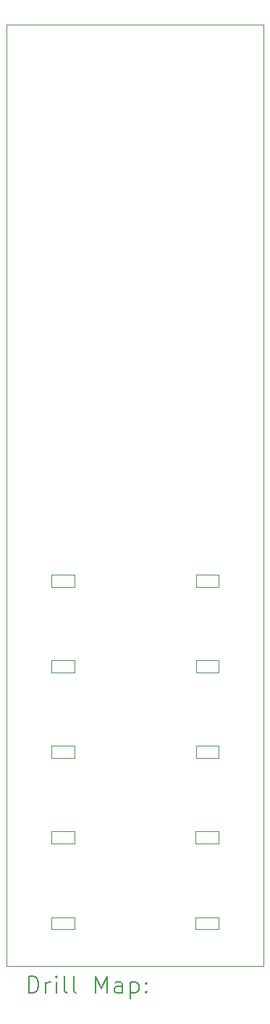
<source format=gbr>
%TF.GenerationSoftware,KiCad,Pcbnew,8.0.5+1*%
%TF.CreationDate,2024-11-27T03:26:16+08:00*%
%TF.ProjectId,MiniDiv v0.3 - Main,4d696e69-4469-4762-9076-302e33202d20,0.3*%
%TF.SameCoordinates,Original*%
%TF.FileFunction,Drillmap*%
%TF.FilePolarity,Positive*%
%FSLAX45Y45*%
G04 Gerber Fmt 4.5, Leading zero omitted, Abs format (unit mm)*
G04 Created by KiCad (PCBNEW 8.0.5+1) date 2024-11-27 03:26:16*
%MOMM*%
%LPD*%
G01*
G04 APERTURE LIST*
%ADD10C,0.100000*%
%ADD11C,0.050000*%
%ADD12C,0.200000*%
G04 APERTURE END LIST*
D10*
X9000000Y-4900000D02*
X12000000Y-4900000D01*
X12000000Y-15900000D01*
X9000000Y-15900000D01*
X9000000Y-4900000D01*
D11*
X11207500Y-14470000D02*
X11477500Y-14470000D01*
X11477500Y-14330000D01*
X11207500Y-14330000D01*
X11207500Y-14470000D01*
X9792500Y-12330000D02*
X9522500Y-12330000D01*
X9522500Y-12470000D01*
X9792500Y-12470000D01*
X9792500Y-12330000D01*
X11207500Y-15470000D02*
X11477500Y-15470000D01*
X11477500Y-15330000D01*
X11207500Y-15330000D01*
X11207500Y-15470000D01*
X11210000Y-11470000D02*
X11480000Y-11470000D01*
X11480000Y-11330000D01*
X11210000Y-11330000D01*
X11210000Y-11470000D01*
X9792500Y-11330000D02*
X9522500Y-11330000D01*
X9522500Y-11470000D01*
X9792500Y-11470000D01*
X9792500Y-11330000D01*
X11210000Y-12470000D02*
X11480000Y-12470000D01*
X11480000Y-12330000D01*
X11210000Y-12330000D01*
X11210000Y-12470000D01*
X9790000Y-14330000D02*
X9520000Y-14330000D01*
X9520000Y-14470000D01*
X9790000Y-14470000D01*
X9790000Y-14330000D01*
X9792500Y-15330000D02*
X9522500Y-15330000D01*
X9522500Y-15470000D01*
X9792500Y-15470000D01*
X9792500Y-15330000D01*
X9790000Y-13330000D02*
X9520000Y-13330000D01*
X9520000Y-13470000D01*
X9790000Y-13470000D01*
X9790000Y-13330000D01*
X11210000Y-13470000D02*
X11480000Y-13470000D01*
X11480000Y-13330000D01*
X11210000Y-13330000D01*
X11210000Y-13470000D01*
D12*
X9255777Y-16216484D02*
X9255777Y-16016484D01*
X9255777Y-16016484D02*
X9303396Y-16016484D01*
X9303396Y-16016484D02*
X9331967Y-16026008D01*
X9331967Y-16026008D02*
X9351015Y-16045055D01*
X9351015Y-16045055D02*
X9360539Y-16064103D01*
X9360539Y-16064103D02*
X9370063Y-16102198D01*
X9370063Y-16102198D02*
X9370063Y-16130769D01*
X9370063Y-16130769D02*
X9360539Y-16168865D01*
X9360539Y-16168865D02*
X9351015Y-16187912D01*
X9351015Y-16187912D02*
X9331967Y-16206960D01*
X9331967Y-16206960D02*
X9303396Y-16216484D01*
X9303396Y-16216484D02*
X9255777Y-16216484D01*
X9455777Y-16216484D02*
X9455777Y-16083150D01*
X9455777Y-16121246D02*
X9465301Y-16102198D01*
X9465301Y-16102198D02*
X9474824Y-16092674D01*
X9474824Y-16092674D02*
X9493872Y-16083150D01*
X9493872Y-16083150D02*
X9512920Y-16083150D01*
X9579586Y-16216484D02*
X9579586Y-16083150D01*
X9579586Y-16016484D02*
X9570063Y-16026008D01*
X9570063Y-16026008D02*
X9579586Y-16035531D01*
X9579586Y-16035531D02*
X9589110Y-16026008D01*
X9589110Y-16026008D02*
X9579586Y-16016484D01*
X9579586Y-16016484D02*
X9579586Y-16035531D01*
X9703396Y-16216484D02*
X9684348Y-16206960D01*
X9684348Y-16206960D02*
X9674824Y-16187912D01*
X9674824Y-16187912D02*
X9674824Y-16016484D01*
X9808158Y-16216484D02*
X9789110Y-16206960D01*
X9789110Y-16206960D02*
X9779586Y-16187912D01*
X9779586Y-16187912D02*
X9779586Y-16016484D01*
X10036729Y-16216484D02*
X10036729Y-16016484D01*
X10036729Y-16016484D02*
X10103396Y-16159341D01*
X10103396Y-16159341D02*
X10170063Y-16016484D01*
X10170063Y-16016484D02*
X10170063Y-16216484D01*
X10351015Y-16216484D02*
X10351015Y-16111722D01*
X10351015Y-16111722D02*
X10341491Y-16092674D01*
X10341491Y-16092674D02*
X10322444Y-16083150D01*
X10322444Y-16083150D02*
X10284348Y-16083150D01*
X10284348Y-16083150D02*
X10265301Y-16092674D01*
X10351015Y-16206960D02*
X10331967Y-16216484D01*
X10331967Y-16216484D02*
X10284348Y-16216484D01*
X10284348Y-16216484D02*
X10265301Y-16206960D01*
X10265301Y-16206960D02*
X10255777Y-16187912D01*
X10255777Y-16187912D02*
X10255777Y-16168865D01*
X10255777Y-16168865D02*
X10265301Y-16149817D01*
X10265301Y-16149817D02*
X10284348Y-16140293D01*
X10284348Y-16140293D02*
X10331967Y-16140293D01*
X10331967Y-16140293D02*
X10351015Y-16130769D01*
X10446253Y-16083150D02*
X10446253Y-16283150D01*
X10446253Y-16092674D02*
X10465301Y-16083150D01*
X10465301Y-16083150D02*
X10503396Y-16083150D01*
X10503396Y-16083150D02*
X10522444Y-16092674D01*
X10522444Y-16092674D02*
X10531967Y-16102198D01*
X10531967Y-16102198D02*
X10541491Y-16121246D01*
X10541491Y-16121246D02*
X10541491Y-16178388D01*
X10541491Y-16178388D02*
X10531967Y-16197436D01*
X10531967Y-16197436D02*
X10522444Y-16206960D01*
X10522444Y-16206960D02*
X10503396Y-16216484D01*
X10503396Y-16216484D02*
X10465301Y-16216484D01*
X10465301Y-16216484D02*
X10446253Y-16206960D01*
X10627205Y-16197436D02*
X10636729Y-16206960D01*
X10636729Y-16206960D02*
X10627205Y-16216484D01*
X10627205Y-16216484D02*
X10617682Y-16206960D01*
X10617682Y-16206960D02*
X10627205Y-16197436D01*
X10627205Y-16197436D02*
X10627205Y-16216484D01*
X10627205Y-16092674D02*
X10636729Y-16102198D01*
X10636729Y-16102198D02*
X10627205Y-16111722D01*
X10627205Y-16111722D02*
X10617682Y-16102198D01*
X10617682Y-16102198D02*
X10627205Y-16092674D01*
X10627205Y-16092674D02*
X10627205Y-16111722D01*
M02*

</source>
